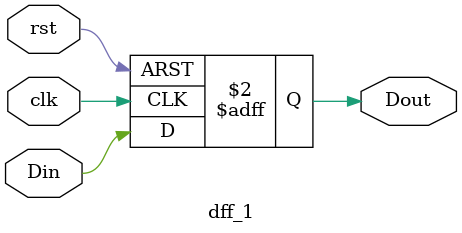
<source format=v>
`timescale 1ns / 1ps

 //sychronous reset, (reset) activated w.r.t clk. (reset and clk = 1, o/p <=0)
module dff( clk,rst, Din, Dout);
    input clk;
    input rst;
    input Din;
    output reg Dout;
    
   
    always @(posedge clk) begin
        if (rst) Dout<=0;
        else Dout <= Din;
    end    

    
endmodule

//asynchronous reset, (reset is independent of clk. reset is active o/p will become zero and it wont wait for clk to become active)
module dff_1( clk,rst, Din, Dout);
    input clk;
    input rst;
    input Din;
    output reg Dout;
    
   
    always @(posedge clk, posedge rst) begin
        if (rst) Dout<=0;
        else Dout <= Din;
    end    

    
endmodule
</source>
